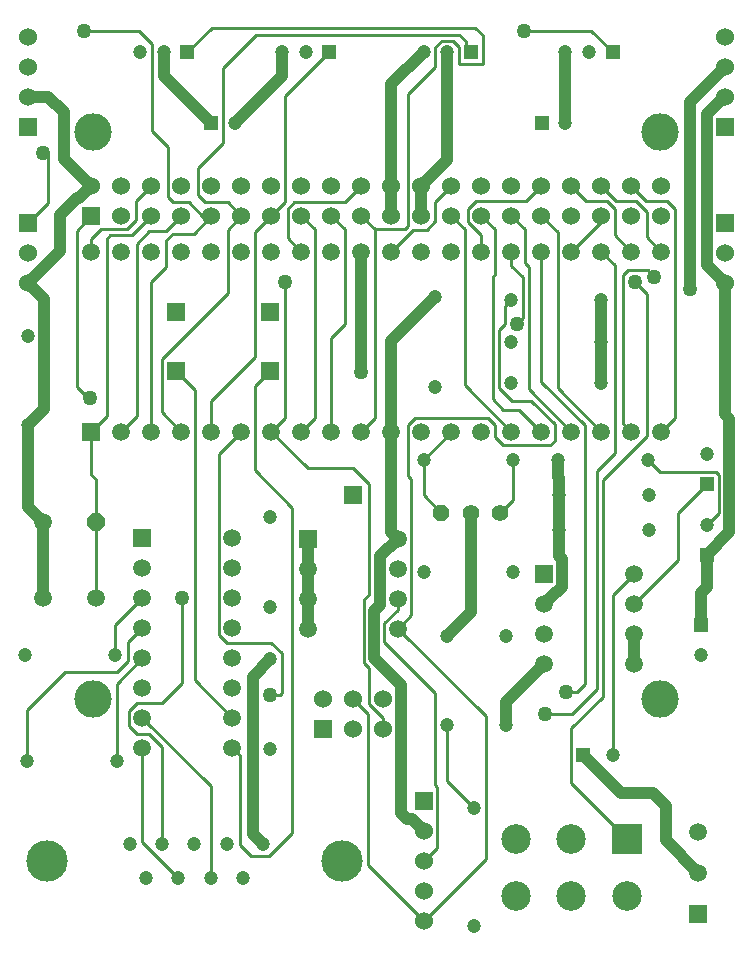
<source format=gtl>
*
%LPD*%
%LNsal.gtl*%
%FSLAX24Y24*%
%MOIN*%
%AD*%
%AMD18*
4,1,8,-0.0295,-0.0122,-0.0122,-0.0295,0.0122,-0.0295,0.0295,-0.0122,0.0295,0.0122,0.0122,0.0295,-0.0122,0.0295,-0.0295,0.0122,-0.0295,-0.0122,0*
%
%AMD21*
4,1,8,-0.0115,0.0276,-0.0276,0.0115,-0.0276,-0.0115,-0.0115,-0.0276,0.0115,-0.0276,0.0276,-0.0115,0.0276,0.0115,0.0115,0.0276,-0.0115,0.0276,0*
%
%ADD10C,0.01*%
%ADD11C,0.03937*%
%ADD12R,0.059055X0.059055*%
%ADD13C,0.047244*%
%ADD14C,0.06*%
%ADD15R,0.06X0.06*%
%ADD16R,0.047244X0.047244*%
%ADD17C,0.059055*%
%ADD18D18*%
%ADD19R,0.059055X0.059055*%
%ADD20C,0.059055*%
%ADD21D21*%
%ADD22C,0.055118*%
%ADD23C,0.137795*%
%ADD24C,0.098425*%
%ADD25R,0.098425X0.098425*%
%ADD26R,0.047244X0.047244*%
%ADD27R,0.059055X0.059055*%
%ADD28R,0.06X0.06*%
%ADD29C,0.125*%
%ADD30C,0.05*%
G54D10*
%SRX1Y1I0.0J0.0*%
G1X551Y5905D2*
G1X551Y7605D1*
G1X1823Y8878D1*
G1X3573Y8878D1*
G1X3913Y9217D1*
G1X3913Y9850D1*
G1X4405Y10342D1*
G1X4405Y9342D2*
G1X3543Y8480D1*
G1X3543Y5905D1*
G1X4405Y6342D2*
G1X4405Y3196D1*
G1X5602Y2000D1*
G1X6681Y2000D2*
G1X6681Y5067D1*
G1X4405Y7342D1*
G1X4223Y7837D2*
G1X5054Y7837D1*
G1X5713Y8497D1*
G1X5713Y11342D1*
G1X6954Y10097D2*
G1X6954Y16131D1*
G1X7704Y16881D1*
G1X6704Y16881D2*
G1X6704Y17887D1*
G1X8173Y19356D1*
G1X8173Y23535D1*
G1X8704Y24067D1*
G1X9163Y24526D1*
G1X9163Y28061D1*
G1X10630Y29527D1*
G1X13254Y28128D2*
G1X14173Y29047D1*
G1X14173Y29697D1*
G1X14389Y29913D1*
G1X14747Y29913D1*
G1X14963Y29697D1*
G1X14963Y29137D1*
G1X15743Y29137D1*
G1X15743Y30097D1*
G1X15493Y30347D1*
G1X6725Y30347D1*
G1X5905Y29527D1*
G1X7083Y29007D2*
G1X8189Y30113D1*
G1X14973Y30113D1*
G1X15189Y29897D1*
G1X15189Y29693D1*
G1X15354Y29527D1*
G1X13254Y28128D2*
G1X13254Y23717D1*
G1X13154Y23617D1*
G1X12154Y23617D1*
G1X11704Y24067D1*
G1X10704Y24067D2*
G1X11154Y23618D1*
G1X11154Y20449D1*
G1X10704Y20000D1*
G1X10704Y16881D1*
G1X11704Y16881D2*
G1X12154Y17331D1*
G1X12154Y23617D1*
G1X12704Y22881D2*
G1X13430Y23607D1*
G1X13883Y23607D1*
G1X14173Y23897D1*
G1X14173Y24535D1*
G1X14704Y25067D1*
G1X14704Y24067D2*
G1X15154Y23618D1*
G1X15154Y18433D1*
G1X16704Y16881D1*
G1X16420Y16428D2*
G1X18004Y16428D1*
G1X18154Y16578D1*
G1X18154Y17117D1*
G1X17357Y17913D1*
G1X16737Y17913D1*
G1X16306Y18344D1*
G1X16306Y20267D1*
G1X16493Y20454D1*
G1X16493Y21059D1*
G1X16693Y21259D1*
G1X16154Y22116D2*
G1X16154Y23618D1*
G1X15704Y24067D1*
G1X15704Y23417D2*
G1X15704Y22881D1*
G1X16704Y22881D2*
G1X16704Y22396D1*
G1X17083Y22017D1*
G1X17083Y20657D1*
G1X16893Y20467D1*
G1X17704Y18546D2*
G1X17704Y22881D1*
G1X17154Y22495D2*
G1X17293Y22355D1*
G1X17293Y18293D1*
G1X18704Y16881D1*
G1X19554Y15557D2*
G1X20154Y16157D1*
G1X20154Y22433D1*
G1X19704Y22881D1*
G1X20593Y22257D2*
G1X21243Y22257D1*
G1X21473Y22028D1*
G1X20833Y21857D2*
G1X21233Y21457D1*
G1X21233Y16747D1*
G1X19754Y15267D1*
G1X19754Y8037D1*
G1X18704Y6987D1*
G1X18704Y5160D1*
G1X20551Y3313D1*
G1X20078Y6102D2*
G1X20078Y11417D1*
G1X20791Y12130D1*
G1X20791Y11130D2*
G1X22263Y12602D1*
G1X22263Y14177D1*
G1X23228Y15141D1*
G1X23523Y15537D2*
G1X23623Y15437D1*
G1X23623Y14174D1*
G1X23228Y13779D1*
G1X23523Y15537D2*
G1X21667Y15537D1*
G1X21259Y15944D1*
G1X21704Y16881D2*
G1X22163Y17341D1*
G1X22163Y24297D1*
G1X21893Y24567D1*
G1X21204Y24567D1*
G1X20704Y25067D1*
G1X20843Y24567D2*
G1X21213Y24196D1*
G1X21213Y23373D1*
G1X21704Y22881D1*
G1X20704Y22881D2*
G1X20163Y23423D1*
G1X20163Y24297D1*
G1X19893Y24567D1*
G1X19204Y24567D1*
G1X18704Y25067D1*
G1X18254Y23518D2*
G1X18254Y18333D1*
G1X19704Y16881D1*
G1X19554Y15557D2*
G1X19554Y8297D1*
G1X18733Y7478D1*
G1X17815Y7478D1*
G1X18534Y8199D2*
G1X18875Y8199D1*
G1X19154Y8478D1*
G1X19154Y17097D1*
G1X17704Y18546D1*
G1X16974Y17612D2*
G1X17704Y16881D1*
G1X16974Y17612D2*
G1X16438Y17612D1*
G1X16084Y17966D1*
G1X16084Y22047D1*
G1X16154Y22116D1*
G1X17154Y22495D2*
G1X17154Y23618D1*
G1X16704Y24067D1*
G1X15704Y23417D2*
G1X15254Y23869D1*
G1X15254Y24297D1*
G1X15523Y24567D1*
G1X17205Y24567D1*
G1X17704Y25067D1*
G1X17704Y24067D2*
G1X18254Y23518D1*
G1X18704Y22881D2*
G1X19797Y23974D1*
G1X19704Y24067D1*
G1X20204Y24567D2*
G1X20843Y24567D1*
G1X19704Y25067D2*
G1X20204Y24567D1*
G1X20593Y22257D2*
G1X20433Y22097D1*
G1X20433Y17153D1*
G1X20704Y16881D1*
G1X16150Y17097D2*
G1X16150Y16697D1*
G1X16420Y16428D1*
G1X16771Y15944D2*
G1X16771Y14606D1*
G1X16338Y14173D1*
G1X14370Y14173D2*
G1X13779Y14763D1*
G1X13779Y15944D1*
G1X14704Y16870D1*
G1X14704Y16881D1*
G1X15920Y17328D2*
G1X16150Y17097D1*
G1X15920Y17328D2*
G1X13483Y17328D1*
G1X13254Y17097D1*
G1X13254Y15397D1*
G1X13363Y15287D1*
G1X13363Y10757D1*
G1X12917Y10311D1*
G1X15843Y7385D1*
G1X15843Y2623D1*
G1X13779Y559D1*
G1X11920Y2419D1*
G1X11920Y7478D1*
G1X11417Y7980D1*
G1X11963Y7787D2*
G1X11963Y8987D1*
G1X11778Y9172D1*
G1X11778Y11265D1*
G1X11963Y11450D1*
G1X11963Y15128D1*
G1X11423Y15667D1*
G1X9919Y15667D1*
G1X8704Y16881D1*
G1X9153Y17330D1*
G1X9153Y21850D1*
G1X9254Y23331D2*
G1X9704Y22881D1*
G1X9254Y23331D2*
G1X9254Y24297D1*
G1X9474Y24517D1*
G1X11155Y24517D1*
G1X11704Y25067D1*
G1X9704Y24067D2*
G1X10154Y23618D1*
G1X10154Y17331D1*
G1X9704Y16881D1*
G1X8154Y15587D2*
G1X8154Y18390D1*
G1X8661Y18897D1*
G1X7249Y21483D2*
G1X7249Y23611D1*
G1X7704Y24067D1*
G1X7244Y24528D1*
G1X6494Y24528D1*
G1X6254Y24769D1*
G1X6254Y25678D1*
G1X7083Y26507D1*
G1X7083Y29007D1*
G1X4723Y29787D2*
G1X4294Y30216D1*
G1X2460Y30216D1*
G1X4723Y29787D2*
G1X4723Y26887D1*
G1X5254Y26357D1*
G1X5254Y24687D1*
G1X5423Y24517D1*
G1X5943Y24517D1*
G1X6394Y24067D1*
G1X6704Y24067D1*
G1X6115Y23478D1*
G1X5423Y23478D1*
G1X5204Y23257D1*
G1X5204Y22378D1*
G1X4704Y21878D1*
G1X4704Y16881D1*
G1X5704Y16881D2*
G1X5063Y17523D1*
G1X5063Y19297D1*
G1X7249Y21483D1*
G1X5511Y18897D2*
G1X6154Y18256D1*
G1X6154Y8594D1*
G1X7405Y7342D1*
G1X7405Y6342D2*
G1X7654Y6094D1*
G1X7654Y3097D1*
G1X8023Y2728D1*
G1X8623Y2728D1*
G1X9404Y3507D1*
G1X9404Y14337D1*
G1X8154Y15587D1*
G1X12917Y11311D2*
G1X12917Y10943D1*
G1X12472Y10497D1*
G1X12472Y9867D1*
G1X14173Y8166D1*
G1X14173Y5107D1*
G1X14233Y5047D1*
G1X14233Y3013D1*
G1X13779Y2559D1*
G1X15452Y4330D2*
G1X14567Y5217D1*
G1X14567Y7086D1*
G1X12417Y6980D2*
G1X12417Y7334D1*
G1X11963Y7787D1*
G1X9047Y9483D2*
G1X8693Y9837D1*
G1X7213Y9837D1*
G1X6954Y10097D1*
G1X9047Y9483D2*
G1X9047Y8171D1*
G1X8975Y8099D1*
G1X8661Y8099D1*
G1X4405Y11342D2*
G1X3484Y10421D1*
G1X3484Y9448D1*
G1X3954Y7567D2*
G1X4223Y7837D1*
G1X4223Y6797D2*
G1X4623Y6797D1*
G1X5063Y6358D1*
G1X5063Y3118D1*
G1X4223Y6797D2*
G1X3954Y7067D1*
G1X3954Y7567D1*
G1X2854Y11319D2*
G1X2854Y13878D1*
G1X2854Y15297D1*
G1X2704Y15447D1*
G1X2704Y16881D1*
G1X3213Y17391D1*
G1X3213Y23297D1*
G1X3333Y23417D1*
G1X4054Y23417D1*
G1X4704Y24067D1*
G1X4623Y23557D2*
G1X5195Y23557D1*
G1X5704Y24067D1*
G1X4704Y25067D2*
G1X4204Y24566D1*
G1X4204Y23929D1*
G1X3891Y23617D1*
G1X3023Y23617D1*
G1X2704Y23298D1*
G1X2704Y22881D1*
G1X2213Y23576D2*
G1X2704Y24067D1*
G1X2213Y23576D2*
G1X2213Y18375D1*
G1X2577Y18011D1*
G1X2657Y18011D1*
G1X3704Y16881D2*
G1X4213Y17391D1*
G1X4213Y23147D1*
G1X4623Y23557D1*
G1X1243Y26173D2*
G1X1235Y26181D1*
G1X1082Y26181D1*
G1X1243Y26173D2*
G1X1243Y24487D1*
G1X590Y23834D1*
G1X17126Y30247D2*
G1X19358Y30247D1*
G1X20078Y29527D1*
G1X1082Y11319D2*
G54D11*
G1X1082Y13878D1*
G1X590Y14370D1*
G1X590Y17086D1*
G1X1123Y17619D1*
G1X1123Y21301D1*
G1X590Y21834D1*
G1X1654Y22898D1*
G1X1654Y24097D1*
G1X2223Y24667D1*
G1X2305Y24667D1*
G1X2704Y25067D1*
G1X1790Y25981D1*
G1X1790Y27524D1*
G1X1271Y28043D1*
G1X590Y28043D1*
G1X5118Y28740D2*
G1X6693Y27165D1*
G1X7480Y27165D2*
G1X9055Y28740D1*
G1X9055Y29527D1*
G1X12704Y25067D2*
G1X12704Y28452D1*
G1X13779Y29527D1*
G1X14567Y29527D2*
G1X14567Y25929D1*
G1X13704Y25067D1*
G1X13704Y24067D1*
G1X12704Y25067D2*
G1X12704Y24067D1*
G1X11704Y22881D2*
G1X11704Y18881D1*
G1X12704Y19889D2*
G1X14173Y21358D1*
G1X12704Y19889D2*
G1X12704Y16881D1*
G1X12704Y13523D1*
G1X12917Y13311D1*
G1X12323Y12717D1*
G1X12323Y11103D1*
G1X12125Y10904D1*
G1X12125Y9346D1*
G1X13023Y8447D1*
G1X13023Y4159D1*
G1X13223Y3959D1*
G1X13379Y3959D1*
G1X13779Y3559D1*
G1X16535Y7086D2*
G1X16535Y7874D1*
G1X17791Y9130D1*
G1X19094Y6102D2*
G1X20369Y4828D1*
G1X21423Y4828D1*
G1X21843Y4407D1*
G1X21843Y3255D1*
G1X22933Y2165D1*
G1X20791Y9130D2*
G1X20791Y10130D1*
G1X23031Y10433D2*
G1X23031Y11507D1*
G1X23228Y11704D1*
G1X23228Y12779D1*
G1X23973Y13524D1*
G1X23973Y17307D1*
G1X23819Y17462D1*
G1X23819Y21834D1*
G1X23213Y22440D1*
G1X23213Y27456D1*
G1X23801Y28043D1*
G1X23819Y28043D1*
G1X23819Y29043D2*
G1X22654Y27878D1*
G1X22654Y21631D1*
G1X19685Y21259D2*
G1X19685Y19881D1*
G1X19685Y18504D1*
G1X18267Y15944D2*
G1X18267Y15367D1*
G1X18307Y15328D1*
G1X18307Y14763D1*
G1X18307Y13582D1*
G1X18307Y12717D1*
G1X18383Y12641D1*
G1X18383Y11697D1*
G1X18223Y11537D1*
G1X18199Y11537D1*
G1X17791Y11130D1*
G1X15354Y14173D2*
G1X15354Y10866D1*
G1X14567Y10078D1*
G1X9917Y13311D2*
G1X9917Y12311D1*
G1X9917Y11311D1*
G1X9917Y10311D1*
G1X8661Y9291D2*
G1X8083Y8713D1*
G1X8083Y3452D1*
G1X8417Y3118D1*
G1X18504Y27165D2*
G1X18504Y29527D1*
G1X5118Y29527D2*
G1X5118Y28740D1*
G54D12*
G1X9917Y13311D3*
G1X11417Y14763D3*
G1X8661Y18897D3*
G1X8661Y20866D3*
G1X5511Y20866D3*
G1X5511Y18897D3*
G54D13*
G1X551Y5905D3*
G1X3543Y5905D3*
G1X3484Y9448D3*
G1X492Y9448D3*
G1X3984Y3118D3*
G1X5063Y3118D3*
G1X4523Y2000D3*
G1X5602Y2000D3*
G1X6141Y3118D3*
G1X7220Y3118D3*
G1X7759Y2000D3*
G1X6681Y2000D3*
G1X8417Y3118D3*
G1X8661Y6299D3*
G1X8661Y9291D3*
G1X8661Y11023D3*
G1X8661Y14015D3*
G1X13779Y12204D3*
G1X14567Y10078D3*
G1X16535Y10078D3*
G1X14567Y7086D3*
G1X16535Y7086D3*
G1X15452Y4330D3*
G1X15452Y393D3*
G1X20078Y6102D3*
G1X23031Y9448D3*
G1X23228Y13779D3*
G1X23228Y16141D3*
G1X21259Y15944D3*
G1X21299Y14763D3*
G1X21299Y13582D3*
G1X18267Y15944D3*
G1X18307Y14763D3*
G1X18307Y13582D3*
G1X16771Y15944D3*
G1X16693Y18504D3*
G1X16693Y19881D3*
G1X16693Y21259D3*
G1X14173Y21358D3*
G1X14173Y18366D3*
G1X13779Y15944D3*
G1X16771Y12204D3*
G1X19685Y18504D3*
G1X19685Y19881D3*
G1X19685Y21259D3*
G1X18504Y27165D3*
G1X18504Y29527D3*
G1X19291Y29527D3*
G1X14567Y29527D3*
G1X13779Y29527D3*
G1X9842Y29527D3*
G1X9055Y29527D3*
G1X7480Y27165D3*
G1X5118Y29527D3*
G1X4330Y29527D3*
G1X590Y20078D3*
G1X590Y17086D3*
G54D14*
G1X10417Y7980D3*
G1X11417Y7980D3*
G1X11417Y6980D3*
G1X12417Y6980D3*
G1X12417Y7980D3*
G1X13779Y3559D3*
G1X13779Y2559D3*
G1X13779Y1559D3*
G1X13779Y559D3*
G1X23819Y21834D3*
G1X23819Y22834D3*
G1X21704Y25067D3*
G1X20704Y25067D3*
G1X20704Y24067D3*
G1X21704Y24067D3*
G1X19704Y25067D3*
G1X19704Y24067D3*
G1X18704Y25067D3*
G1X18704Y24067D3*
G1X17704Y25067D3*
G1X17704Y24067D3*
G1X16704Y25067D3*
G1X15704Y25067D3*
G1X15704Y24067D3*
G1X16704Y24067D3*
G1X14704Y25067D3*
G1X14704Y24067D3*
G1X13704Y25067D3*
G1X13704Y24067D3*
G1X12704Y25067D3*
G1X12704Y24067D3*
G1X11704Y25067D3*
G1X10704Y25067D3*
G1X10704Y24067D3*
G1X11704Y24067D3*
G1X9704Y25067D3*
G1X9704Y24067D3*
G1X8704Y25067D3*
G1X8704Y24067D3*
G1X7704Y25067D3*
G1X6704Y25067D3*
G1X6704Y24067D3*
G1X7704Y24067D3*
G1X5704Y25067D3*
G1X5704Y24067D3*
G1X4704Y25067D3*
G1X4704Y24067D3*
G1X3704Y25067D3*
G1X3704Y24067D3*
G1X2704Y25067D3*
G1X590Y22834D3*
G1X590Y21834D3*
G1X590Y28043D3*
G1X590Y29043D3*
G1X590Y30043D3*
G1X23819Y28043D3*
G1X23819Y29043D3*
G1X23819Y30043D3*
G54D15*
G1X13779Y4559D3*
G1X23819Y23834D3*
G1X23819Y27043D3*
G1X590Y27043D3*
G1X590Y23834D3*
G54D16*
G1X19094Y6102D3*
G1X17716Y27165D3*
G1X20078Y29527D3*
G1X15354Y29527D3*
G1X10630Y29527D3*
G1X6693Y27165D3*
G1X5905Y29527D3*
G54D17*
G1X2854Y11319D3*
G1X1082Y11319D3*
G1X1082Y13878D3*
G1X3704Y16881D3*
G1X4704Y16881D3*
G1X5704Y16881D3*
G1X6704Y16881D3*
G1X7704Y16881D3*
G1X8704Y16881D3*
G1X9704Y16881D3*
G1X10704Y16881D3*
G1X11704Y16881D3*
G1X12704Y16881D3*
G1X13704Y16881D3*
G1X14704Y16881D3*
G1X15704Y16881D3*
G1X16704Y16881D3*
G1X17704Y16881D3*
G1X18704Y16881D3*
G1X19704Y16881D3*
G1X20704Y16881D3*
G1X21704Y16881D3*
G1X21704Y22881D3*
G1X20704Y22881D3*
G1X19704Y22881D3*
G1X18704Y22881D3*
G1X17704Y22881D3*
G1X16704Y22881D3*
G1X15704Y22881D3*
G1X14704Y22881D3*
G1X13704Y22881D3*
G1X12704Y22881D3*
G1X11704Y22881D3*
G1X10704Y22881D3*
G1X9704Y22881D3*
G1X8704Y22881D3*
G1X7704Y22881D3*
G1X6704Y22881D3*
G1X5704Y22881D3*
G1X4704Y22881D3*
G1X3704Y22881D3*
G1X2704Y22881D3*
G1X9917Y12311D3*
G1X9917Y11311D3*
G1X9917Y10311D3*
G1X12917Y10311D3*
G1X12917Y11311D3*
G1X12917Y12311D3*
G1X12917Y13311D3*
G1X22933Y3543D3*
G1X22933Y2165D3*
G54D18*
G1X2854Y13878D3*
G54D19*
G1X4405Y13342D3*
G1X17791Y12130D3*
G54D20*
G1X4405Y6342D3*
G1X4405Y7342D3*
G1X4405Y8342D3*
G1X4405Y9342D3*
G1X4405Y10342D3*
G1X4405Y11342D3*
G1X4405Y12342D3*
G1X7405Y10342D3*
G1X7405Y9342D3*
G1X7405Y8342D3*
G1X7405Y7342D3*
G1X7405Y6342D3*
G1X7405Y11342D3*
G1X7405Y12342D3*
G1X7405Y13342D3*
G1X17791Y9130D3*
G1X17791Y10130D3*
G1X17791Y11130D3*
G1X20791Y9130D3*
G1X20791Y10130D3*
G1X20791Y11130D3*
G1X20791Y12130D3*
G54D21*
G1X14370Y14173D3*
G54D22*
G1X15354Y14173D3*
G1X16338Y14173D3*
G54D23*
G1X1220Y2559D3*
G1X11063Y2559D3*
G54D24*
G1X16850Y1411D3*
G1X18700Y1411D3*
G1X20551Y1411D3*
G1X18700Y3313D3*
G1X16850Y3313D3*
G54D25*
G1X20551Y3313D3*
G54D26*
G1X23031Y10433D3*
G1X23228Y12779D3*
G1X23228Y15141D3*
G54D27*
G1X2704Y16881D3*
G1X22933Y787D3*
G54D28*
G1X10417Y6980D3*
G1X2704Y24067D3*
G54D29*
G1X2756Y7952D3*
G1X21653Y7952D3*
G1X21653Y26850D3*
G1X2756Y26850D3*
G54D30*
G1X5713Y11342D3*
G1X8661Y8099D3*
G1X17815Y7478D3*
G1X18534Y8199D3*
G1X11704Y18881D3*
G1X9153Y21850D3*
G1X2657Y18011D3*
G1X1082Y26181D3*
G1X2460Y30216D3*
G1X16893Y20467D3*
G1X20833Y21857D3*
G1X21473Y22028D3*
G1X22654Y21631D3*
G1X17126Y30247D3*
M2*

</source>
